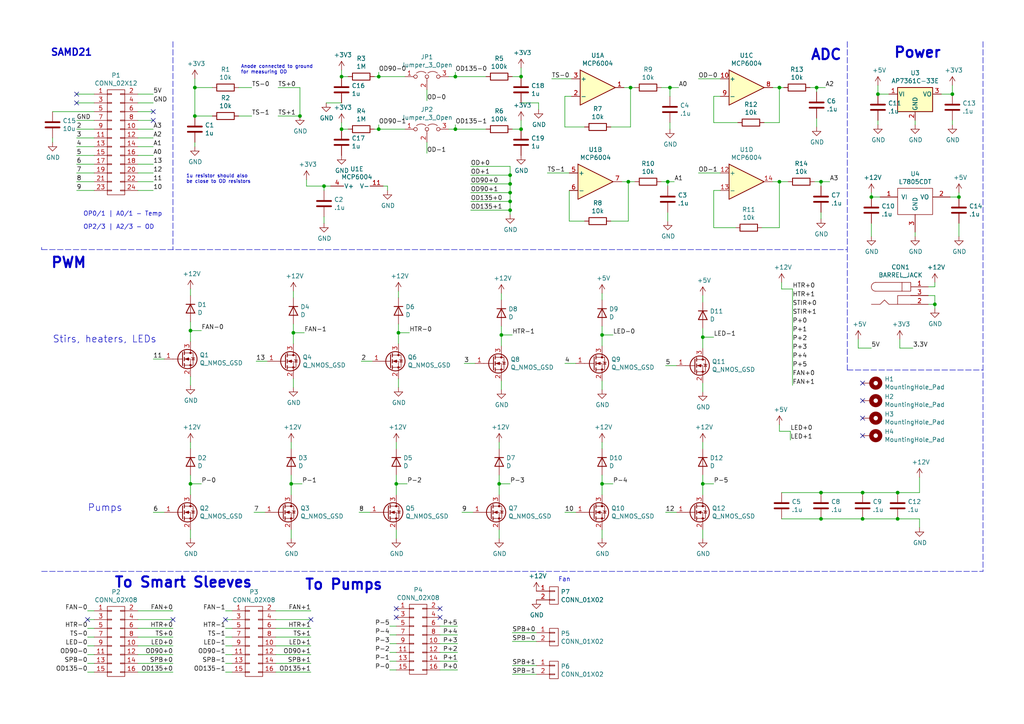
<source format=kicad_sch>
(kicad_sch (version 20211123) (generator eeschema)
  (paper "A4")
  (junction (at 276.225 27.305))
  (junction (at 252.73 57.15))
  (junction (at 254.635 27.305))
  (junction (at 174.625 97.155))
  (junction (at 238.125 52.705))
  (junction (at 86.995 33.655))
  (junction (at 151.13 22.225))
  (junction (at 151.13 37.465))
  (junction (at 203.835 97.79))
  (junction (at 203.835 140.335))
  (junction (at 55.245 95.885))
  (junction (at 226.06 52.705))
  (junction (at 226.06 25.4))
  (junction (at 278.13 57.15))
  (junction (at 147.955 55.88))
  (junction (at 147.955 58.42))
  (junction (at 260.35 142.875))
  (junction (at 271.145 88.265))
  (junction (at 55.245 140.335))
  (junction (at 250.19 150.495))
  (junction (at 145.415 97.155))
  (junction (at 236.855 25.4))
  (junction (at 238.125 142.875))
  (junction (at 114.935 140.335))
  (junction (at 56.515 33.655))
  (junction (at 132.08 22.225))
  (junction (at 109.855 37.465))
  (junction (at 194.31 25.4))
  (junction (at 144.78 140.335))
  (junction (at 132.08 37.465))
  (junction (at 99.06 22.225))
  (junction (at 99.06 37.465))
  (junction (at 182.245 52.705))
  (junction (at 56.515 25.4))
  (junction (at 238.125 150.495))
  (junction (at 109.855 22.225))
  (junction (at 93.98 53.975))
  (junction (at 174.625 140.335))
  (junction (at 84.455 140.335))
  (junction (at 147.955 60.96))
  (junction (at 147.955 53.34))
  (junction (at 250.19 142.875))
  (junction (at 182.88 25.4))
  (junction (at 115.57 96.52))
  (junction (at 147.955 50.8))
  (junction (at 85.09 96.52))
  (junction (at 193.675 52.705))
  (junction (at 260.35 150.495))
  (no_connect (at 25.4 179.705))
  (no_connect (at 250.19 116.205))
  (no_connect (at 50.165 179.705))
  (no_connect (at 250.19 111.125))
  (no_connect (at 127.635 179.07))
  (no_connect (at 114.935 179.07))
  (no_connect (at 250.19 121.285))
  (no_connect (at 22.225 29.845))
  (no_connect (at 44.45 32.385))
  (no_connect (at 250.19 126.365))
  (no_connect (at 22.225 27.305))
  (no_connect (at 90.17 179.705))
  (no_connect (at 65.405 179.705))
  (no_connect (at 44.45 34.925))
  (no_connect (at 127.635 176.53))
  (no_connect (at 114.935 176.53))
  (wire (pts (xy 94.615 29.845) (xy 99.06 29.845)))
  (wire (pts (xy 165.735 27.94) (xy 163.83 27.94)))
  (polyline (pts (xy 12.065 72.39) (xy 245.745 72.39)))
  (wire (pts (xy 238.125 61.595) (xy 238.125 63.5)))
  (wire (pts (xy 65.405 184.785) (xy 67.31 184.785)))
  (wire (pts (xy 93.98 53.975) (xy 95.885 53.975)))
  (wire (pts (xy 90.17 184.785) (xy 80.01 184.785)))
  (wire (pts (xy 276.225 36.195) (xy 276.225 34.925)))
  (wire (pts (xy 136.525 48.26) (xy 147.955 48.26)))
  (wire (pts (xy 55.245 109.22) (xy 55.245 111.76)))
  (wire (pts (xy 85.09 96.52) (xy 85.09 99.695)))
  (wire (pts (xy 156.21 29.845) (xy 156.21 31.75)))
  (wire (pts (xy 145.415 97.155) (xy 145.415 100.33)))
  (wire (pts (xy 50.165 189.865) (xy 40.005 189.865)))
  (wire (pts (xy 226.06 66.04) (xy 226.06 52.705)))
  (wire (pts (xy 84.455 140.335) (xy 84.455 143.51)))
  (wire (pts (xy 174.625 94.615) (xy 174.625 97.155)))
  (polyline (pts (xy 50.165 12.065) (xy 50.165 72.39)))
  (wire (pts (xy 165.1 64.135) (xy 169.545 64.135)))
  (wire (pts (xy 90.17 192.405) (xy 80.01 192.405)))
  (wire (pts (xy 195.58 52.705) (xy 193.675 52.705)))
  (wire (pts (xy 50.165 184.785) (xy 40.005 184.785)))
  (wire (pts (xy 177.165 64.135) (xy 182.245 64.135)))
  (wire (pts (xy 207.01 97.79) (xy 203.835 97.79)))
  (wire (pts (xy 56.515 42.545) (xy 56.515 41.275)))
  (wire (pts (xy 278.13 57.15) (xy 275.59 57.15)))
  (wire (pts (xy 107.315 148.59) (xy 104.14 148.59)))
  (wire (pts (xy 254.635 27.305) (xy 254.635 24.765)))
  (wire (pts (xy 252.73 68.58) (xy 252.73 64.77)))
  (wire (pts (xy 196.215 148.59) (xy 193.04 148.59)))
  (wire (pts (xy 144.78 140.335) (xy 144.78 143.51)))
  (wire (pts (xy 88.265 96.52) (xy 85.09 96.52)))
  (wire (pts (xy 99.06 20.32) (xy 99.06 22.225)))
  (wire (pts (xy 25.4 184.785) (xy 27.305 184.785)))
  (wire (pts (xy 145.415 110.49) (xy 145.415 113.03)))
  (wire (pts (xy 238.125 52.705) (xy 238.125 53.975)))
  (wire (pts (xy 22.225 52.705) (xy 27.305 52.705)))
  (wire (pts (xy 260.985 98.425) (xy 260.985 100.965)))
  (wire (pts (xy 265.43 36.195) (xy 265.43 34.925)))
  (wire (pts (xy 151.13 29.845) (xy 156.21 29.845)))
  (wire (pts (xy 77.47 104.775) (xy 74.295 104.775)))
  (wire (pts (xy 174.625 137.795) (xy 174.625 140.335)))
  (polyline (pts (xy 285.115 12.065) (xy 285.115 165.735)))
  (polyline (pts (xy 245.745 12.065) (xy 245.745 107.315)))
  (wire (pts (xy 226.695 150.495) (xy 238.125 150.495)))
  (wire (pts (xy 207.01 55.245) (xy 208.915 55.245)))
  (wire (pts (xy 114.935 140.335) (xy 114.935 143.51)))
  (wire (pts (xy 132.715 186.69) (xy 127.635 186.69)))
  (wire (pts (xy 229.87 83.82) (xy 229.87 111.76)))
  (wire (pts (xy 107.95 104.775) (xy 104.775 104.775)))
  (wire (pts (xy 136.525 50.8) (xy 147.955 50.8)))
  (wire (pts (xy 65.405 177.165) (xy 67.31 177.165)))
  (polyline (pts (xy 12.065 165.735) (xy 285.115 165.735)))
  (wire (pts (xy 167.005 105.41) (xy 163.83 105.41)))
  (wire (pts (xy 113.03 181.61) (xy 114.935 181.61)))
  (wire (pts (xy 84.455 128.27) (xy 84.455 130.175)))
  (wire (pts (xy 114.935 128.27) (xy 114.935 130.175)))
  (wire (pts (xy 226.695 142.875) (xy 238.125 142.875)))
  (wire (pts (xy 55.245 83.82) (xy 55.245 85.725)))
  (wire (pts (xy 123.825 41.275) (xy 123.825 44.45)))
  (wire (pts (xy 174.625 153.67) (xy 174.625 156.21)))
  (wire (pts (xy 44.45 42.545) (xy 40.005 42.545)))
  (wire (pts (xy 148.59 183.515) (xy 155.575 183.515)))
  (wire (pts (xy 145.415 94.615) (xy 145.415 97.155)))
  (wire (pts (xy 76.835 148.59) (xy 73.66 148.59)))
  (wire (pts (xy 147.955 60.96) (xy 147.955 62.23)))
  (wire (pts (xy 177.165 36.83) (xy 182.88 36.83)))
  (wire (pts (xy 47.625 148.59) (xy 44.45 148.59)))
  (wire (pts (xy 132.715 191.77) (xy 127.635 191.77)))
  (wire (pts (xy 147.955 50.8) (xy 147.955 53.34)))
  (wire (pts (xy 148.59 97.155) (xy 145.415 97.155)))
  (wire (pts (xy 236.855 25.4) (xy 236.855 26.67)))
  (wire (pts (xy 50.165 177.165) (xy 40.005 177.165)))
  (wire (pts (xy 226.06 125.095) (xy 229.235 125.095)))
  (wire (pts (xy 85.09 109.855) (xy 85.09 112.395)))
  (wire (pts (xy 90.17 189.865) (xy 80.01 189.865)))
  (wire (pts (xy 109.855 22.225) (xy 117.475 22.225)))
  (wire (pts (xy 25.4 182.245) (xy 27.305 182.245)))
  (wire (pts (xy 136.525 55.88) (xy 147.955 55.88)))
  (wire (pts (xy 203.835 137.795) (xy 203.835 140.335)))
  (wire (pts (xy 194.31 35.56) (xy 194.31 37.465)))
  (wire (pts (xy 111.125 53.975) (xy 112.395 53.975)))
  (wire (pts (xy 182.88 36.83) (xy 182.88 25.4)))
  (wire (pts (xy 151.13 37.465) (xy 148.59 37.465)))
  (wire (pts (xy 44.45 45.085) (xy 40.005 45.085)))
  (wire (pts (xy 255.27 57.15) (xy 252.73 57.15)))
  (wire (pts (xy 118.745 96.52) (xy 115.57 96.52)))
  (wire (pts (xy 22.225 40.005) (xy 27.305 40.005)))
  (wire (pts (xy 144.78 137.795) (xy 144.78 140.335)))
  (wire (pts (xy 132.08 22.225) (xy 140.97 22.225)))
  (wire (pts (xy 44.45 47.625) (xy 40.005 47.625)))
  (wire (pts (xy 65.405 192.405) (xy 67.31 192.405)))
  (wire (pts (xy 109.855 22.225) (xy 109.855 20.955)))
  (wire (pts (xy 207.01 27.94) (xy 208.915 27.94)))
  (wire (pts (xy 203.835 140.335) (xy 203.835 143.51)))
  (wire (pts (xy 22.225 47.625) (xy 27.305 47.625)))
  (wire (pts (xy 163.83 27.94) (xy 163.83 36.83)))
  (wire (pts (xy 137.795 105.41) (xy 134.62 105.41)))
  (wire (pts (xy 229.235 125.095) (xy 229.235 127.635)))
  (wire (pts (xy 50.165 187.325) (xy 40.005 187.325)))
  (wire (pts (xy 266.7 142.875) (xy 266.7 138.43)))
  (wire (pts (xy 56.515 25.4) (xy 56.515 33.655)))
  (wire (pts (xy 226.695 83.82) (xy 229.87 83.82)))
  (wire (pts (xy 99.06 37.465) (xy 100.965 37.465)))
  (polyline (pts (xy 245.745 107.315) (xy 285.115 107.315)))
  (wire (pts (xy 136.525 60.96) (xy 147.955 60.96)))
  (wire (pts (xy 22.225 45.085) (xy 27.305 45.085)))
  (wire (pts (xy 73.025 25.4) (xy 69.215 25.4)))
  (wire (pts (xy 226.06 52.705) (xy 224.155 52.705)))
  (wire (pts (xy 25.4 177.165) (xy 27.305 177.165)))
  (wire (pts (xy 271.145 88.265) (xy 269.24 88.265)))
  (wire (pts (xy 73.025 33.655) (xy 69.215 33.655)))
  (wire (pts (xy 203.835 128.27) (xy 203.835 130.175)))
  (wire (pts (xy 113.03 191.77) (xy 114.935 191.77)))
  (wire (pts (xy 99.06 35.56) (xy 99.06 37.465)))
  (wire (pts (xy 174.625 140.335) (xy 174.625 143.51)))
  (wire (pts (xy 226.06 25.4) (xy 227.33 25.4)))
  (wire (pts (xy 224.155 25.4) (xy 226.06 25.4)))
  (wire (pts (xy 165.1 55.245) (xy 165.1 64.135)))
  (wire (pts (xy 194.31 25.4) (xy 196.85 25.4)))
  (wire (pts (xy 123.825 26.035) (xy 123.825 29.21)))
  (wire (pts (xy 147.955 53.34) (xy 147.955 55.88)))
  (wire (pts (xy 25.4 194.945) (xy 27.305 194.945)))
  (wire (pts (xy 271.145 83.185) (xy 269.24 83.185)))
  (wire (pts (xy 93.98 64.77) (xy 93.98 62.865)))
  (wire (pts (xy 80.645 33.655) (xy 86.995 33.655)))
  (wire (pts (xy 109.855 37.465) (xy 117.475 37.465)))
  (wire (pts (xy 182.88 25.4) (xy 180.975 25.4)))
  (wire (pts (xy 132.08 20.955) (xy 132.08 22.225)))
  (wire (pts (xy 250.19 142.875) (xy 260.35 142.875)))
  (wire (pts (xy 114.935 153.67) (xy 114.935 156.21)))
  (wire (pts (xy 266.7 150.495) (xy 266.7 153.035)))
  (wire (pts (xy 228.6 52.705) (xy 226.06 52.705)))
  (wire (pts (xy 271.145 85.725) (xy 271.145 88.265)))
  (wire (pts (xy 174.625 128.27) (xy 174.625 130.175)))
  (wire (pts (xy 260.35 150.495) (xy 266.7 150.495)))
  (wire (pts (xy 55.245 153.67) (xy 55.245 156.21)))
  (wire (pts (xy 174.625 85.09) (xy 174.625 86.995)))
  (wire (pts (xy 25.4 192.405) (xy 27.305 192.405)))
  (wire (pts (xy 260.35 142.875) (xy 266.7 142.875)))
  (wire (pts (xy 55.245 95.885) (xy 55.245 99.06)))
  (wire (pts (xy 265.43 67.31) (xy 265.43 68.58)))
  (wire (pts (xy 240.665 52.705) (xy 238.125 52.705)))
  (wire (pts (xy 203.835 97.79) (xy 203.835 100.965)))
  (wire (pts (xy 213.995 35.56) (xy 207.01 35.56)))
  (wire (pts (xy 27.305 34.925) (xy 22.225 34.925)))
  (wire (pts (xy 202.565 50.165) (xy 208.915 50.165)))
  (wire (pts (xy 151.13 22.225) (xy 148.59 22.225)))
  (wire (pts (xy 108.585 22.225) (xy 109.855 22.225)))
  (wire (pts (xy 250.19 150.495) (xy 260.35 150.495)))
  (wire (pts (xy 55.245 137.795) (xy 55.245 140.335)))
  (wire (pts (xy 90.17 179.705) (xy 80.01 179.705)))
  (wire (pts (xy 15.24 41.275) (xy 15.24 40.005)))
  (wire (pts (xy 90.17 194.945) (xy 80.01 194.945)))
  (wire (pts (xy 158.75 50.165) (xy 165.1 50.165)))
  (wire (pts (xy 207.01 66.04) (xy 207.01 55.245)))
  (wire (pts (xy 174.625 110.49) (xy 174.625 113.03)))
  (wire (pts (xy 108.585 37.465) (xy 109.855 37.465)))
  (wire (pts (xy 278.13 68.58) (xy 278.13 64.77)))
  (wire (pts (xy 61.595 25.4) (xy 56.515 25.4)))
  (wire (pts (xy 22.225 29.845) (xy 27.305 29.845)))
  (wire (pts (xy 136.525 58.42) (xy 147.955 58.42)))
  (wire (pts (xy 55.245 128.27) (xy 55.245 130.175)))
  (wire (pts (xy 148.59 186.055) (xy 155.575 186.055)))
  (wire (pts (xy 61.595 33.655) (xy 56.515 33.655)))
  (wire (pts (xy 113.03 186.69) (xy 114.935 186.69)))
  (wire (pts (xy 191.77 52.705) (xy 193.675 52.705)))
  (wire (pts (xy 88.9 52.07) (xy 88.9 53.975)))
  (wire (pts (xy 248.92 100.965) (xy 252.73 100.965)))
  (wire (pts (xy 85.09 84.455) (xy 85.09 86.36)))
  (wire (pts (xy 144.78 128.27) (xy 144.78 130.175)))
  (wire (pts (xy 112.395 53.975) (xy 112.395 55.245)))
  (wire (pts (xy 234.95 25.4) (xy 236.855 25.4)))
  (wire (pts (xy 191.77 25.4) (xy 194.31 25.4)))
  (wire (pts (xy 44.45 52.705) (xy 40.005 52.705)))
  (wire (pts (xy 236.855 34.29) (xy 236.855 36.83)))
  (wire (pts (xy 22.225 50.165) (xy 27.305 50.165)))
  (wire (pts (xy 239.395 25.4) (xy 236.855 25.4)))
  (wire (pts (xy 260.985 100.965) (xy 264.795 100.965)))
  (wire (pts (xy 193.675 52.705) (xy 193.675 53.975)))
  (wire (pts (xy 276.225 24.765) (xy 276.225 27.305)))
  (wire (pts (xy 147.955 58.42) (xy 147.955 60.96)))
  (wire (pts (xy 137.16 148.59) (xy 133.985 148.59)))
  (wire (pts (xy 114.935 137.795) (xy 114.935 140.335)))
  (wire (pts (xy 163.83 36.83) (xy 169.545 36.83)))
  (wire (pts (xy 65.405 189.865) (xy 67.31 189.865)))
  (wire (pts (xy 177.8 140.335) (xy 174.625 140.335)))
  (wire (pts (xy 271.145 81.915) (xy 271.145 83.185)))
  (wire (pts (xy 193.675 61.595) (xy 193.675 64.135)))
  (wire (pts (xy 93.98 55.245) (xy 93.98 53.975)))
  (wire (pts (xy 194.31 27.94) (xy 194.31 25.4)))
  (wire (pts (xy 144.78 153.67) (xy 144.78 156.21)))
  (wire (pts (xy 213.36 66.04) (xy 207.01 66.04)))
  (wire (pts (xy 90.17 187.325) (xy 80.01 187.325)))
  (wire (pts (xy 40.005 29.845) (xy 44.45 29.845)))
  (wire (pts (xy 86.995 25.4) (xy 86.995 33.655)))
  (wire (pts (xy 40.005 27.305) (xy 44.45 27.305)))
  (wire (pts (xy 203.835 153.67) (xy 203.835 156.21)))
  (wire (pts (xy 99.06 22.225) (xy 100.965 22.225)))
  (wire (pts (xy 65.405 182.245) (xy 67.31 182.245)))
  (wire (pts (xy 132.715 189.23) (xy 127.635 189.23)))
  (wire (pts (xy 44.45 40.005) (xy 40.005 40.005)))
  (wire (pts (xy 50.165 194.945) (xy 40.005 194.945)))
  (wire (pts (xy 25.4 189.865) (xy 27.305 189.865)))
  (wire (pts (xy 132.08 36.195) (xy 132.08 37.465)))
  (wire (pts (xy 221.615 35.56) (xy 226.06 35.56)))
  (wire (pts (xy 55.245 140.335) (xy 55.245 143.51)))
  (wire (pts (xy 226.06 35.56) (xy 226.06 25.4)))
  (wire (pts (xy 44.45 34.925) (xy 40.005 34.925)))
  (wire (pts (xy 40.005 32.385) (xy 44.45 32.385)))
  (wire (pts (xy 65.405 187.325) (xy 67.31 187.325)))
  (wire (pts (xy 203.835 85.725) (xy 203.835 87.63)))
  (wire (pts (xy 151.13 34.925) (xy 151.13 37.465)))
  (wire (pts (xy 65.405 194.945) (xy 67.31 194.945)))
  (wire (pts (xy 174.625 97.155) (xy 174.625 100.33)))
  (wire (pts (xy 182.245 52.705) (xy 180.34 52.705)))
  (wire (pts (xy 90.17 177.165) (xy 80.01 177.165)))
  (wire (pts (xy 130.175 37.465) (xy 132.08 37.465)))
  (wire (pts (xy 276.225 27.305) (xy 273.05 27.305)))
  (wire (pts (xy 118.11 140.335) (xy 114.935 140.335)))
  (wire (pts (xy 196.215 106.045) (xy 193.04 106.045)))
  (wire (pts (xy 236.22 52.705) (xy 238.125 52.705)))
  (wire (pts (xy 113.03 184.15) (xy 114.935 184.15)))
  (wire (pts (xy 203.835 95.25) (xy 203.835 97.79)))
  (wire (pts (xy 50.165 192.405) (xy 40.005 192.405)))
  (wire (pts (xy 238.125 150.495) (xy 250.19 150.495)))
  (wire (pts (xy 132.715 181.61) (xy 127.635 181.61)))
  (wire (pts (xy 25.4 187.325) (xy 27.305 187.325)))
  (wire (pts (xy 47.625 104.14) (xy 44.45 104.14)))
  (wire (pts (xy 15.24 32.385) (xy 27.305 32.385)))
  (polyline (pts (xy 12.065 72.39) (xy 12.065 71.755)))
  (wire (pts (xy 254.635 34.925) (xy 254.635 36.195)))
  (wire (pts (xy 257.81 27.305) (xy 254.635 27.305)))
  (wire (pts (xy 50.165 182.245) (xy 40.005 182.245)))
  (wire (pts (xy 65.405 179.705) (xy 67.31 179.705)))
  (wire (pts (xy 148.59 195.58) (xy 155.575 195.58)))
  (wire (pts (xy 44.45 55.245) (xy 40.005 55.245)))
  (wire (pts (xy 115.57 93.98) (xy 115.57 96.52)))
  (wire (pts (xy 252.73 57.15) (xy 252.73 55.88)))
  (wire (pts (xy 145.415 85.09) (xy 145.415 86.995)))
  (wire (pts (xy 58.42 95.885) (xy 55.245 95.885)))
  (wire (pts (xy 132.08 37.465) (xy 140.97 37.465)))
  (wire (pts (xy 113.03 189.23) (xy 114.935 189.23)))
  (wire (pts (xy 88.9 53.975) (xy 93.98 53.975)))
  (wire (pts (xy 58.42 140.335) (xy 55.245 140.335)))
  (wire (pts (xy 226.695 81.915) (xy 226.695 83.82)))
  (wire (pts (xy 109.855 37.465) (xy 109.855 36.195)))
  (wire (pts (xy 25.4 179.705) (xy 27.305 179.705)))
  (wire (pts (xy 269.24 85.725) (xy 271.145 85.725)))
  (wire (pts (xy 115.57 96.52) (xy 115.57 99.695)))
  (wire (pts (xy 85.09 93.98) (xy 85.09 96.52)))
  (wire (pts (xy 278.13 55.88) (xy 278.13 57.15)))
  (wire (pts (xy 226.06 123.19) (xy 226.06 125.095)))
  (wire (pts (xy 203.835 111.125) (xy 203.835 113.665)))
  (wire (pts (xy 55.245 93.345) (xy 55.245 95.885)))
  (wire (pts (xy 84.455 153.67) (xy 84.455 156.21)))
  (wire (pts (xy 238.125 142.875) (xy 250.19 142.875)))
  (wire (pts (xy 84.455 137.795) (xy 84.455 140.335)))
  (wire (pts (xy 182.245 64.135) (xy 182.245 52.705)))
  (wire (pts (xy 80.645 25.4) (xy 86.995 25.4)))
  (wire (pts (xy 90.17 182.245) (xy 80.01 182.245)))
  (wire (pts (xy 147.955 140.335) (xy 144.78 140.335)))
  (wire (pts (xy 167.005 148.59) (xy 163.83 148.59)))
  (wire (pts (xy 207.01 140.335) (xy 203.835 140.335)))
  (wire (pts (xy 50.165 179.705) (xy 40.005 179.705)))
  (wire (pts (xy 113.03 194.31) (xy 114.935 194.31)))
  (wire (pts (xy 132.715 194.31) (xy 127.635 194.31)))
  (wire (pts (xy 177.8 97.155) (xy 174.625 97.155)))
  (wire (pts (xy 148.59 193.04) (xy 155.575 193.04)))
  (wire (pts (xy 147.955 48.26) (xy 147.955 50.8)))
  (wire (pts (xy 87.63 140.335) (xy 84.455 140.335)))
  (wire (pts (xy 22.225 55.245) (xy 27.305 55.245)))
  (wire (pts (xy 132.715 184.15) (xy 127.635 184.15)))
  (wire (pts (xy 44.45 37.465) (xy 40.005 37.465)))
  (wire (pts (xy 202.565 22.86) (xy 208.915 22.86)))
  (wire (pts (xy 22.225 37.465) (xy 27.305 37.465)))
  (wire (pts (xy 147.955 55.88) (xy 147.955 58.42)))
  (wire (pts (xy 248.92 98.425) (xy 248.92 100.965)))
  (wire (pts (xy 22.225 27.305) (xy 27.305 27.305)))
  (wire (pts (xy 136.525 53.34) (xy 147.955 53.34)))
  (wire (pts (xy 165.735 22.86) (xy 160.02 22.86)))
  (wire (pts (xy 22.225 42.545) (xy 27.305 42.545)))
  (wire (pts (xy 151.13 19.685) (xy 151.13 22.225)))
  (wire (pts (xy 184.15 25.4) (xy 182.88 25.4)))
  (wire (pts (xy 115.57 109.855) (xy 115.57 112.395)))
  (wire (pts (xy 56.515 22.86) (xy 56.515 25.4)))
  (wire (pts (xy 115.57 84.455) (xy 115.57 86.36)))
  (wire (pts (xy 184.15 52.705) (xy 182.245 52.705)))
  (wire (pts (xy 44.45 50.165) (xy 40.005 50.165)))
  (wire (pts (xy 130.175 22.225) (xy 132.08 22.225)))
  (wire (pts (xy 271.145 89.535) (xy 271.145 88.265)))
  (wire (pts (xy 220.98 66.04) (xy 226.06 66.04)))
  (wire (pts (xy 207.01 35.56) (xy 207.01 27.94)))
  (text "Anode connected to ground\nfor measuring OD" (at 69.85 21.59 0) (effects (font (size 0.9906 0.9906)) (justify left bottom)))
  (text "Pumps" (at 25.4 148.59 0) (effects (font (size 2.0066 2.0066)) (justify left bottom)))
  (text "OP0/1 | A0/1 - Temp" (at 24.13 62.865 0) (effects (font (size 1.27 1.27)) (justify left bottom)))
  (text "OP2/3 | A2/3 - OD" (at 24.13 66.675 0) (effects (font (size 1.27 1.27)) (justify left bottom)))
  (text "To Smart Sleeves" (at 33.02 170.815 0) (effects (font (size 2.9972 2.9972) (thickness 0.5994) bold) (justify left bottom)))
  (text "ADC" (at 234.95 17.78 0) (effects (font (size 2.9972 2.9972) (thickness 0.5994) bold) (justify left bottom)))
  (text "Power" (at 259.08 17.145 0) (effects (font (size 2.9972 2.9972) (thickness 0.5994) bold) (justify left bottom)))
  (text "To Pumps" (at 88.265 171.45 0) (effects (font (size 2.9972 2.9972) (thickness 0.5994) bold) (justify left bottom)))
  (text "Fan" (at 161.925 168.91 0) (effects (font (size 1.27 1.27)) (justify left bottom)))
  (text "Stirs, heaters, LEDs" (at 15.24 99.695 0) (effects (font (size 2.0066 2.0066)) (justify left bottom)))
  (text "PWM" (at 14.605 78.105 0) (effects (font (size 2.9972 2.9972) (thickness 0.5994) bold) (justify left bottom)))
  (text "SAMD21" (at 14.605 16.51 0) (effects (font (size 2.0066 2.0066) (thickness 0.4013) bold) (justify left bottom)))
  (text "1u resistor should also \nbe close to OD resistors" (at 53.975 53.34 0) (effects (font (size 0.9906 0.9906)) (justify left bottom)))
  (label "OD-0" (at 123.825 29.21 0))
  (label "P+4" (at 229.87 104.14 0))
  (label "8" (at 104.14 148.59 0))
  (label "LED+1" (at 229.235 127.635 0))
  (label "LED-0" (at 25.4 187.325 180))
  (label "OD+0" (at 136.525 48.26 0))
  (label "P+2" (at 132.715 189.23 180))
  (label "2" (at 22.225 37.465 0))
  (label "OD90-0" (at 109.855 20.955 0))
  (label "FAN+0" (at 229.87 109.22 0))
  (label "TS+0" (at 50.165 184.785 180))
  (label "12" (at 44.45 50.165 0))
  (label "SPB-0" (at 148.59 186.055 0))
  (label "P-3" (at 113.03 186.69 180))
  (label "A2" (at 44.45 40.005 0))
  (label "P+3" (at 132.715 186.69 180))
  (label "FAN-0" (at 25.4 177.165 180))
  (label "TS+1" (at 90.17 184.785 180))
  (label "P-2" (at 118.11 140.335 0))
  (label "OD90+1" (at 90.17 189.865 180))
  (label "FAN-1" (at 88.265 96.52 0))
  (label "3" (at 134.62 105.41 0))
  (label "STIR+1" (at 229.87 91.44 0))
  (label "P-4" (at 177.8 140.335 0))
  (label "A0" (at 196.85 25.4 0))
  (label "TS+0" (at 80.645 25.4 0))
  (label "A3" (at 44.45 37.465 0))
  (label "OD90-1" (at 109.855 36.195 0))
  (label "OD90+0" (at 136.525 53.34 0))
  (label "LED+0" (at 50.165 187.325 180))
  (label "P-0" (at 113.03 194.31 180))
  (label "SPB-0" (at 25.4 192.405 180))
  (label "P+4" (at 132.715 184.15 180))
  (label "HTR-0" (at 25.4 182.245 180))
  (label "OD-1" (at 202.565 50.165 0))
  (label "P-3" (at 147.955 140.335 0))
  (label "TS-1" (at 73.025 33.655 0))
  (label "P+0" (at 132.715 194.31 180))
  (label "P+3" (at 229.87 101.6 0))
  (label "HTR+1" (at 90.17 182.245 180))
  (label "HTR-1" (at 148.59 97.155 0))
  (label "3" (at 22.225 40.005 0))
  (label "TS-1" (at 65.405 184.785 180))
  (label "OD90-0" (at 25.4 189.865 180))
  (label "OD135-0" (at 132.08 20.955 0))
  (label "P-2" (at 113.03 189.23 180))
  (label "P-1" (at 113.03 191.77 180))
  (label "6" (at 44.45 148.59 0))
  (label "P+1" (at 229.87 96.52 0))
  (label "SPB+0" (at 50.165 192.405 180))
  (label "FAN+0" (at 50.165 177.165 180))
  (label "LED-0" (at 177.8 97.155 0))
  (label "5V" (at 252.73 100.965 0))
  (label "P-5" (at 113.03 181.61 180))
  (label "OD135+0" (at 136.525 58.42 0))
  (label "P-1" (at 87.63 140.335 0))
  (label "HTR+0" (at 229.87 83.82 0))
  (label "SPB+1" (at 90.17 192.405 180))
  (label "LED+1" (at 90.17 187.325 180))
  (label "SPB-1" (at 65.405 192.405 180))
  (label "HTR+0" (at 50.165 182.245 180))
  (label "GND" (at 22.225 34.925 0))
  (label "TS-0" (at 25.4 184.785 180))
  (label "OD135-0" (at 25.4 194.945 180))
  (label "P+5" (at 132.715 181.61 180))
  (label "OD135+1" (at 136.525 60.96 0))
  (label "HTR-0" (at 118.745 96.52 0))
  (label "OD-1" (at 123.825 44.45 0))
  (label "TS-0" (at 160.02 22.86 0))
  (label "4" (at 22.225 42.545 0))
  (label "FAN-1" (at 65.405 177.165 180))
  (label "P+1" (at 132.715 191.77 180))
  (label "3.3V" (at 264.795 100.965 0))
  (label "OD90+1" (at 136.525 55.88 0))
  (label "10" (at 163.83 148.59 0))
  (label "OD+1" (at 136.525 50.8 0))
  (label "10" (at 44.45 55.245 0))
  (label "SPB+1" (at 148.59 193.04 0))
  (label "6" (at 22.225 47.625 0))
  (label "OD90-1" (at 65.405 189.865 180))
  (label "9" (at 22.225 55.245 0))
  (label "SPB-1" (at 148.59 195.58 0))
  (label "GND" (at 44.45 29.845 0))
  (label "FAN+1" (at 229.87 111.76 0))
  (label "OD135+1" (at 90.17 194.945 180))
  (label "9" (at 133.985 148.59 0))
  (label "2" (at 104.775 104.775 0))
  (label "HTR+1" (at 229.87 86.36 0))
  (label "LED-1" (at 207.01 97.79 0))
  (label "P+5" (at 229.87 106.68 0))
  (label "13" (at 44.45 47.625 0))
  (label "LED+0" (at 229.235 125.095 0))
  (label "7" (at 22.225 50.165 0))
  (label "5" (at 22.225 45.085 0))
  (label "STIR+0" (at 229.87 88.9 0))
  (label "OD135-1" (at 65.405 194.945 180))
  (label "5V" (at 44.45 27.305 0))
  (label "P-5" (at 207.01 140.335 0))
  (label "5" (at 193.04 106.045 0))
  (label "A1" (at 44.45 42.545 0))
  (label "SPB+0" (at 148.59 183.515 0))
  (label "FAN-0" (at 58.42 95.885 0))
  (label "TS-0" (at 73.025 25.4 0))
  (label "P+2" (at 229.87 99.06 0))
  (label "HTR-1" (at 65.405 182.245 180))
  (label "FAN+1" (at 90.17 177.165 180))
  (label "A1" (at 195.58 52.705 0))
  (label "LED-1" (at 65.405 187.325 180))
  (label "OD135-1" (at 132.08 36.195 0))
  (label "OD90+0" (at 50.165 189.865 180))
  (label "12" (at 193.04 148.59 0))
  (label "13" (at 74.295 104.775 0))
  (label "P+0" (at 229.87 93.98 0))
  (label "P-0" (at 58.42 140.335 0))
  (label "OD-0" (at 202.565 22.86 0))
  (label "A2" (at 239.395 25.4 0))
  (label "11" (at 44.45 104.14 0))
  (label "TS-1" (at 158.75 50.165 0))
  (label "4" (at 163.83 105.41 0))
  (label "8" (at 22.225 52.705 0))
  (label "OD135+0" (at 50.165 194.945 180))
  (label "P-4" (at 113.03 184.15 180))
  (label "11" (at 44.45 52.705 0))
  (label "7" (at 73.66 148.59 0))
  (label "A3" (at 240.665 52.705 0))
  (label "A0" (at 44.45 45.085 0))
  (label "TS+1" (at 80.645 33.655 0))
  (symbol (lib_id "power_mini_evolver-rescue:CONN_02X12-conn") (at 33.655 41.275 0) (unit 1)
    (property "Reference" "P1" (at 33.655 21.844 0))
    (property "Value" "CONN_02X12" (at 33.655 24.1554 0))
    (property "Footprint" "mods:24_pin_10in" (effects hide))
  )
  (symbol (lib_id "Amplifier_Operational:MCP6004") (at 173.355 25.4 0) (unit 1)
    (property "Reference" "U1" (at 173.355 16.0782 0))
    (property "Value" "MCP6004" (at 173.355 18.3896 0))
    (property "Footprint" "mods:mcp6004-ssop" (effects hide))
    (property "Datasheet" "http://ww1.microchip.com/downloads/en/DeviceDoc/21733j.pdf" (effects hide))
  )
  (symbol (lib_id "Amplifier_Operational:MCP6004") (at 172.72 52.705 0) (unit 2)
    (property "Reference" "U1" (at 172.72 43.3832 0))
    (property "Value" "MCP6004" (at 172.72 45.6946 0))
    (property "Footprint" "mods:mcp6004-ssop" (effects hide))
    (property "Datasheet" "http://ww1.microchip.com/downloads/en/DeviceDoc/21733j.pdf" (effects hide))
  )
  (symbol (lib_id "Amplifier_Operational:MCP6004") (at 216.535 25.4 0) (unit 3)
    (property "Reference" "U1" (at 216.535 16.0782 0))
    (property "Value" "MCP6004" (at 216.535 18.3896 0))
    (property "Footprint" "mods:mcp6004-ssop" (effects hide))
    (property "Datasheet" "http://ww1.microchip.com/downloads/en/DeviceDoc/21733j.pdf" (effects hide))
  )
  (symbol (lib_id "Amplifier_Operational:MCP6004") (at 216.535 52.705 0) (unit 4)
    (property "Reference" "U1" (at 216.535 43.3832 0))
    (property "Value" "MCP6004" (at 216.535 45.6946 0))
    (property "Footprint" "mods:mcp6004-ssop" (effects hide))
    (property "Datasheet" "http://ww1.microchip.com/downloads/en/DeviceDoc/21733j.pdf" (effects hide))
  )
  (symbol (lib_id "Device:R") (at 173.355 36.83 270) (unit 1)
    (property "Reference" "R7" (at 173.355 31.5722 90))
    (property "Value" "10k" (at 173.355 33.8836 90))
    (property "Footprint" "Resistor_SMD:R_0603_1608Metric" (effects hide))
  )
  (symbol (lib_id "Device:R") (at 173.355 64.135 270) (unit 1)
    (property "Reference" "R8" (at 173.355 58.8772 90))
    (property "Value" "10k" (at 173.355 61.1886 90))
    (property "Footprint" "Resistor_SMD:R_0603_1608Metric" (effects hide))
  )
  (symbol (lib_id "Device:R") (at 217.17 66.04 270) (unit 1)
    (property "Reference" "R11" (at 217.17 60.7822 90))
    (property "Value" "10k" (at 217.17 63.0936 90))
    (property "Footprint" "Resistor_SMD:R_0603_1608Metric" (effects hide))
  )
  (symbol (lib_id "Device:R") (at 217.805 35.56 270) (unit 1)
    (property "Reference" "R12" (at 217.805 30.3022 90))
    (property "Value" "10k" (at 217.805 32.6136 90))
    (property "Footprint" "Resistor_SMD:R_0603_1608Metric" (effects hide))
  )
  (symbol (lib_id "Device:R") (at 187.96 25.4 270) (unit 1)
    (property "Reference" "R9" (at 187.96 20.1422 90))
    (property "Value" "10k" (at 187.96 22.4536 90))
    (property "Footprint" "Resistor_SMD:R_0603_1608Metric" (effects hide))
  )
  (symbol (lib_id "Device:C") (at 194.31 31.75 0) (unit 1)
    (property "Reference" "C4" (at 197.231 30.5816 0) (effects (justify left)))
    (property "Value" ".1u" (at 197.231 32.893 0) (effects (justify left)))
    (property "Footprint" "Capacitor_SMD:C_0603_1608Metric" (effects hide))
  )
  (symbol (lib_id "power:GND") (at 194.31 37.465 0) (unit 1)
    (property "Reference" "#PWR0101" (effects hide))
    (property "Value" "GND" (at 194.437 41.8592 0))
  )
  (symbol (lib_id "Device:R") (at 187.96 52.705 270) (unit 1)
    (property "Reference" "R10" (at 187.96 47.4472 90))
    (property "Value" "10k" (at 187.96 49.7586 90))
    (property "Footprint" "Resistor_SMD:R_0603_1608Metric" (effects hide))
  )
  (symbol (lib_id "Device:R") (at 232.41 52.705 270) (unit 1)
    (property "Reference" "R14" (at 232.41 47.4472 90))
    (property "Value" "10k" (at 232.41 49.7586 90))
    (property "Footprint" "Resistor_SMD:R_0603_1608Metric" (effects hide))
  )
  (symbol (lib_id "Device:R") (at 231.14 25.4 270) (unit 1)
    (property "Reference" "R13" (at 231.14 20.1422 90))
    (property "Value" "10k" (at 231.14 22.4536 90))
    (property "Footprint" "Resistor_SMD:R_0603_1608Metric" (effects hide))
  )
  (symbol (lib_id "Device:C") (at 193.675 57.785 0) (unit 1)
    (property "Reference" "C3" (at 196.596 56.6166 0) (effects (justify left)))
    (property "Value" ".1u" (at 196.596 58.928 0) (effects (justify left)))
    (property "Footprint" "Capacitor_SMD:C_0603_1608Metric" (effects hide))
  )
  (symbol (lib_id "Device:C") (at 238.125 57.785 0) (unit 1)
    (property "Reference" "C7" (at 241.046 56.6166 0) (effects (justify left)))
    (property "Value" ".1u" (at 241.046 58.928 0) (effects (justify left)))
    (property "Footprint" "Capacitor_SMD:C_0603_1608Metric" (effects hide))
  )
  (symbol (lib_id "Device:C") (at 236.855 30.48 0) (unit 1)
    (property "Reference" "C6" (at 239.776 29.3116 0) (effects (justify left)))
    (property "Value" ".1u" (at 239.776 31.623 0) (effects (justify left)))
    (property "Footprint" "Capacitor_SMD:C_0603_1608Metric" (effects hide))
  )
  (symbol (lib_id "power:GND") (at 193.675 64.135 0) (unit 1)
    (property "Reference" "#PWR0102" (effects hide))
    (property "Value" "GND" (at 193.802 68.5292 0))
  )
  (symbol (lib_id "power:GND") (at 236.855 36.83 0) (unit 1)
    (property "Reference" "#PWR0103" (effects hide))
    (property "Value" "GND" (at 236.982 41.2242 0))
  )
  (symbol (lib_id "power:GND") (at 238.125 63.5 0) (unit 1)
    (property "Reference" "#PWR0104" (effects hide))
    (property "Value" "GND" (at 238.252 67.8942 0))
  )
  (symbol (lib_id "power:GND") (at 112.395 55.245 0) (unit 1)
    (property "Reference" "#PWR0154" (effects hide))
    (property "Value" "GND" (at 112.522 59.6392 0))
  )
  (symbol (lib_id "Regulator_Linear:AP7361C-33E") (at 265.43 27.305 0) (unit 1)
    (property "Reference" "U3" (at 265.43 21.1582 0))
    (property "Value" "AP7361C-33E" (at 265.43 23.4696 0))
    (property "Footprint" "Package_TO_SOT_SMD:SOT-223-3_TabPin2" (effects hide))
    (property "Datasheet" "https://www.diodes.com/assets/Datasheets/AP7361C.pdf" (effects hide))
  )
  (symbol (lib_id "power:+5V") (at 254.635 24.765 0) (unit 1)
    (property "Reference" "#PWR0105" (effects hide))
    (property "Value" "+5V" (at 255.016 20.3708 0))
  )
  (symbol (lib_id "power:GND") (at 265.43 36.195 0) (unit 1)
    (property "Reference" "#PWR0107" (effects hide))
    (property "Value" "GND" (at 265.557 40.5892 0))
  )
  (symbol (lib_id "power_mini_evolver-rescue:+3.3V-power") (at 276.225 24.765 0) (unit 1)
    (property "Reference" "#PWR0106" (effects hide))
    (property "Value" "+3.3V" (at 276.606 20.3708 0))
  )
  (symbol (lib_id "Device:C") (at 93.98 59.055 0) (unit 1)
    (property "Reference" "C2" (at 96.901 57.8866 0) (effects (justify left)))
    (property "Value" ".1u" (at 96.901 60.198 0) (effects (justify left)))
    (property "Footprint" "Capacitor_SMD:C_0603_1608Metric" (effects hide))
  )
  (symbol (lib_id "power:GND") (at 93.98 64.77 0) (unit 1)
    (property "Reference" "#PWR0153" (effects hide))
    (property "Value" "GND" (at 94.107 69.1642 0))
  )
  (symbol (lib_id "Device:C") (at 254.635 31.115 0) (unit 1)
    (property "Reference" "C11" (at 257.556 29.9466 0) (effects (justify left)))
    (property "Value" ".1u" (at 257.556 32.258 0) (effects (justify left)))
    (property "Footprint" "Capacitor_SMD:C_0603_1608Metric" (effects hide))
  )
  (symbol (lib_id "power:GND") (at 254.635 36.195 0) (unit 1)
    (property "Reference" "#PWR0108" (effects hide))
    (property "Value" "GND" (at 254.762 40.5892 0))
  )
  (symbol (lib_id "Device:C") (at 276.225 31.115 0) (unit 1)
    (property "Reference" "C13" (at 279.146 29.9466 0) (effects (justify left)))
    (property "Value" ".1u" (at 279.146 32.258 0) (effects (justify left)))
    (property "Footprint" "Capacitor_SMD:C_0603_1608Metric" (effects hide))
  )
  (symbol (lib_id "power:GND") (at 276.225 36.195 0) (unit 1)
    (property "Reference" "#PWR0109" (effects hide))
    (property "Value" "GND" (at 276.352 40.5892 0))
  )
  (symbol (lib_id "power_mini_evolver-rescue:L7805CDT-evo_mini") (at 265.43 58.42 0) (unit 1)
    (property "Reference" "U4" (at 265.43 50.419 0))
    (property "Value" "L7805CDT" (at 265.43 52.7304 0))
    (property "Footprint" "mods:L7805CDT" (effects hide))
  )
  (symbol (lib_id "power:+12V") (at 252.73 55.88 0) (unit 1)
    (property "Reference" "#PWR0110" (effects hide))
    (property "Value" "+12V" (at 253.111 51.4858 0))
  )
  (symbol (lib_id "power:+5V") (at 278.13 55.88 0) (unit 1)
    (property "Reference" "#PWR0111" (effects hide))
    (property "Value" "+5V" (at 278.511 51.4858 0))
  )
  (symbol (lib_id "power:GND") (at 265.43 68.58 0) (unit 1)
    (property "Reference" "#PWR0112" (effects hide))
    (property "Value" "GND" (at 265.557 72.9742 0))
  )
  (symbol (lib_id "Device:C") (at 252.73 60.96 0) (unit 1)
    (property "Reference" "C10" (at 255.651 59.7916 0) (effects (justify left)))
    (property "Value" ".1u" (at 255.651 62.103 0) (effects (justify left)))
    (property "Footprint" "Capacitor_SMD:C_0603_1608Metric" (effects hide))
  )
  (symbol (lib_id "power:GND") (at 252.73 68.58 0) (unit 1)
    (property "Reference" "#PWR0113" (effects hide))
    (property "Value" "GND" (at 252.857 72.9742 0))
  )
  (symbol (lib_id "Device:C") (at 278.13 60.96 0) (unit 1)
    (property "Reference" "C14" (at 281.051 59.7916 0) (effects (justify left)))
    (property "Value" ".1u" (at 281.051 62.103 0) (effects (justify left)))
    (property "Footprint" "Capacitor_SMD:C_0603_1608Metric" (effects hide))
  )
  (symbol (lib_id "power:GND") (at 278.13 68.58 0) (unit 1)
    (property "Reference" "#PWR0114" (effects hide))
    (property "Value" "GND" (at 278.257 72.9742 0))
  )
  (symbol (lib_id "power_mini_evolver-rescue:BARREL_JACK-conn") (at 261.62 85.725 0) (unit 1)
    (property "Reference" "CON1" (at 261.1882 77.47 0))
    (property "Value" "BARREL_JACK" (at 261.1882 79.7814 0))
    (property "Footprint" "mods:2.1mm_DC_Jack" (effects hide))
  )
  (symbol (lib_id "power:+12V") (at 271.145 81.915 0) (unit 1)
    (property "Reference" "#PWR0115" (effects hide))
    (property "Value" "+12V" (at 271.526 77.5208 0))
  )
  (symbol (lib_id "power:GND") (at 271.145 89.535 0) (unit 1)
    (property "Reference" "#PWR0116" (effects hide))
    (property "Value" "GND" (at 271.272 93.9292 0))
  )
  (symbol (lib_id "power_mini_evolver-rescue:+3.3V-power") (at 88.9 52.07 0) (unit 1)
    (property "Reference" "#PWR0152" (effects hide))
    (property "Value" "+3.3V" (at 89.281 47.6758 0))
  )
  (symbol (lib_id "power:+5V") (at 248.92 98.425 0) (unit 1)
    (property "Reference" "#PWR0117" (effects hide))
    (property "Value" "+5V" (at 249.301 94.0308 0))
  )
  (symbol (lib_id "power_mini_evolver-rescue:+3.3V-power") (at 260.985 98.425 0) (unit 1)
    (property "Reference" "#PWR0118" (effects hide))
    (property "Value" "+3.3V" (at 261.366 94.0308 0))
  )
  (symbol (lib_id "power_mini_evolver-rescue:CONN_02X08-conn") (at 33.655 186.055 0) (unit 1)
    (property "Reference" "P2" (at 33.655 171.704 0))
    (property "Value" "CONN_02X08" (at 33.655 174.0154 0))
    (property "Footprint" "mods:2x8_conn_10in" (effects hide))
  )
  (symbol (lib_id "power_mini_evolver-rescue:CONN_02X08-conn") (at 73.66 186.055 0) (unit 1)
    (property "Reference" "P3" (at 73.66 171.704 0))
    (property "Value" "CONN_02X08" (at 73.66 174.0154 0))
    (property "Footprint" "mods:2x8_conn_10in" (effects hide))
  )
  (symbol (lib_id "Amplifier_Operational:MCP6004") (at 103.505 51.435 90) (unit 5)
    (property "Reference" "U1" (at 103.505 49.022 90))
    (property "Value" "MCP6004" (at 103.505 51.3334 90))
    (property "Footprint" "mods:mcp6004-ssop" (effects hide))
    (property "Datasheet" "http://ww1.microchip.com/downloads/en/DeviceDoc/21733j.pdf" (effects hide))
  )
  (symbol (lib_id "Device:R") (at 65.405 25.4 270) (unit 1)
    (property "Reference" "R1" (at 65.405 20.1422 90))
    (property "Value" "10k" (at 65.405 22.4536 90))
    (property "Footprint" "Resistor_SMD:R_0603_1608Metric" (effects hide))
  )
  (symbol (lib_id "Device:R") (at 65.405 33.655 270) (unit 1)
    (property "Reference" "R2" (at 65.405 28.3972 90))
    (property "Value" "10k" (at 65.405 30.7086 90))
    (property "Footprint" "Resistor_SMD:R_0603_1608Metric" (effects hide))
  )
  (symbol (lib_id "Device:C") (at 56.515 37.465 180) (unit 1)
    (property "Reference" "C1" (at 59.436 36.2966 0) (effects (justify right)))
    (property "Value" "1u" (at 59.436 38.608 0) (effects (justify right)))
    (property "Footprint" "Capacitor_SMD:C_0603_1608Metric" (effects hide))
  )
  (symbol (lib_id "power_mini_evolver-rescue:+3.3V-power") (at 56.515 22.86 0) (unit 1)
    (property "Reference" "#PWR0122" (effects hide))
    (property "Value" "+3.3V" (at 56.896 18.4658 0))
  )
  (symbol (lib_id "power:GND") (at 56.515 42.545 0) (unit 1)
    (property "Reference" "#PWR0119" (effects hide))
    (property "Value" "GND" (at 56.642 46.9392 0))
  )
  (symbol (lib_id "power:GND") (at 86.995 33.655 0) (unit 1)
    (property "Reference" "#PWR0120" (effects hide))
    (property "Value" "GND" (at 87.122 38.0492 0))
  )
  (symbol (lib_id "power:GND") (at 147.955 62.23 0) (unit 1)
    (property "Reference" "#PWR0121" (effects hide))
    (property "Value" "GND" (at 148.082 66.6242 0))
  )
  (symbol (lib_id "power_mini_evolver-rescue:Jumper_3_Open-Jumper") (at 123.825 22.225 0) (unit 1)
    (property "Reference" "JP1" (at 123.825 16.5354 0))
    (property "Value" "Jumper_3_Open" (at 123.825 18.8468 0))
    (property "Footprint" "mods:3pinheader_2_54_mm_pitch" (effects hide))
  )
  (symbol (lib_id "Device:C") (at 15.24 36.195 0) (unit 1)
    (property "Reference" "C15" (at 18.161 35.0266 0) (effects (justify left)))
    (property "Value" "10u" (at 18.161 37.338 0) (effects (justify left)))
    (property "Footprint" "mods:FK18X5R0J105K" (effects hide))
  )
  (symbol (lib_id "power:GND") (at 15.24 41.275 0) (unit 1)
    (property "Reference" "#PWR0158" (effects hide))
    (property "Value" "GND" (at 15.367 45.6692 0))
  )
  (symbol (lib_id "Device:D") (at 55.245 89.535 270) (unit 1)
    (property "Reference" "D1" (at 57.277 88.3666 90) (effects (justify left)))
    (property "Value" "D" (at 57.277 90.678 90) (effects (justify left)))
    (property "Footprint" "mods:SBR160S23" (effects hide))
  )
  (symbol (lib_id "power:+12V") (at 55.245 83.82 0) (unit 1)
    (property "Reference" "#PWR0123" (effects hide))
    (property "Value" "+12V" (at 55.626 79.4258 0))
  )
  (symbol (lib_id "Device:Q_NMOS_GSD") (at 52.705 104.14 0) (unit 1)
    (property "Reference" "Q1" (at 57.8866 102.9716 0) (effects (justify left)))
    (property "Value" "Q_NMOS_GSD" (at 57.8866 105.283 0) (effects (justify left)))
    (property "Footprint" "mods:A03422" (effects hide))
  )
  (symbol (lib_id "power:GND") (at 55.245 111.76 0) (unit 1)
    (property "Reference" "#PWR0124" (effects hide))
    (property "Value" "GND" (at 55.372 116.1542 0))
  )
  (symbol (lib_id "Device:D") (at 85.09 90.17 270) (unit 1)
    (property "Reference" "D4" (at 87.122 89.0016 90) (effects (justify left)))
    (property "Value" "D" (at 87.122 91.313 90) (effects (justify left)))
    (property "Footprint" "mods:SBR160S23" (effects hide))
  )
  (symbol (lib_id "power:+12V") (at 85.09 84.455 0) (unit 1)
    (property "Reference" "#PWR0125" (effects hide))
    (property "Value" "+12V" (at 85.471 80.0608 0))
  )
  (symbol (lib_id "Device:Q_NMOS_GSD") (at 82.55 104.775 0) (unit 1)
    (property "Reference" "Q4" (at 87.7316 103.6066 0) (effects (justify left)))
    (property "Value" "Q_NMOS_GSD" (at 87.7316 105.918 0) (effects (justify left)))
    (property "Footprint" "mods:A03422" (effects hide))
  )
  (symbol (lib_id "power:GND") (at 85.09 112.395 0) (unit 1)
    (property "Reference" "#PWR0126" (effects hide))
    (property "Value" "GND" (at 85.217 116.7892 0))
  )
  (symbol (lib_id "Device:D") (at 115.57 90.17 270) (unit 1)
    (property "Reference" "D6" (at 117.602 89.0016 90) (effects (justify left)))
    (property "Value" "D" (at 117.602 91.313 90) (effects (justify left)))
    (property "Footprint" "mods:SBR160S23" (effects hide))
  )
  (symbol (lib_id "power:+12V") (at 115.57 84.455 0) (unit 1)
    (property "Reference" "#PWR0127" (effects hide))
    (property "Value" "+12V" (at 115.951 80.0608 0))
  )
  (symbol (lib_id "Device:Q_NMOS_GSD") (at 113.03 104.775 0) (unit 1)
    (property "Reference" "Q6" (at 118.2116 103.6066 0) (effects (justify left)))
    (property "Value" "Q_NMOS_GSD" (at 118.2116 105.918 0) (effects (justify left)))
    (property "Footprint" "mods:A03422" (effects hide))
  )
  (symbol (lib_id "power:GND") (at 115.57 112.395 0) (unit 1)
    (property "Reference" "#PWR0128" (effects hide))
    (property "Value" "GND" (at 115.697 116.7892 0))
  )
  (symbol (lib_id "Device:D") (at 145.415 90.805 270) (unit 1)
    (property "Reference" "D8" (at 147.447 89.6366 90) (effects (justify left)))
    (property "Value" "D" (at 147.447 91.948 90) (effects (justify left)))
    (property "Footprint" "mods:SBR160S23" (effects hide))
  )
  (symbol (lib_id "power:+12V") (at 145.415 85.09 0) (unit 1)
    (property "Reference" "#PWR0129" (effects hide))
    (property "Value" "+12V" (at 145.796 80.6958 0))
  )
  (symbol (lib_id "Device:Q_NMOS_GSD") (at 142.875 105.41 0) (unit 1)
    (property "Reference" "Q8" (at 148.0566 104.2416 0) (effects (justify left)))
    (property "Value" "Q_NMOS_GSD" (at 148.0566 106.553 0) (effects (justify left)))
    (property "Footprint" "mods:A03422" (effects hide))
  )
  (symbol (lib_id "power:GND") (at 145.415 113.03 0) (unit 1)
    (property "Reference" "#PWR0130" (effects hide))
    (property "Value" "GND" (at 145.542 117.4242 0))
  )
  (symbol (lib_id "Device:D") (at 174.625 90.805 270) (unit 1)
    (property "Reference" "D9" (at 176.657 89.6366 90) (effects (justify left)))
    (property "Value" "D" (at 176.657 91.948 90) (effects (justify left)))
    (property "Footprint" "mods:SBR160S23" (effects hide))
  )
  (symbol (lib_id "Device:Q_NMOS_GSD") (at 172.085 105.41 0) (unit 1)
    (property "Reference" "Q9" (at 177.2666 104.2416 0) (effects (justify left)))
    (property "Value" "Q_NMOS_GSD" (at 177.2666 106.553 0) (effects (justify left)))
    (property "Footprint" "mods:A03422" (effects hide))
  )
  (symbol (lib_id "power:GND") (at 174.625 113.03 0) (unit 1)
    (property "Reference" "#PWR0131" (effects hide))
    (property "Value" "GND" (at 174.752 117.4242 0))
  )
  (symbol (lib_id "Device:D") (at 203.835 91.44 270) (unit 1)
    (property "Reference" "D11" (at 205.867 90.2716 90) (effects (justify left)))
    (property "Value" "D" (at 205.867 92.583 90) (effects (justify left)))
    (property "Footprint" "mods:SBR160S23" (effects hide))
  )
  (symbol (lib_id "Device:Q_NMOS_GSD") (at 201.295 106.045 0) (unit 1)
    (property "Reference" "Q11" (at 206.4766 104.8766 0) (effects (justify left)))
    (property "Value" "Q_NMOS_GSD" (at 206.4766 107.188 0) (effects (justify left)))
    (property "Footprint" "mods:A03422" (effects hide))
  )
  (symbol (lib_id "power:GND") (at 203.835 113.665 0) (unit 1)
    (property "Reference" "#PWR0132" (effects hide))
    (property "Value" "GND" (at 203.962 118.0592 0))
  )
  (symbol (lib_id "Device:D") (at 55.245 133.985 270) (unit 1)
    (property "Reference" "D2" (at 57.277 132.8166 90) (effects (justify left)))
    (property "Value" "D" (at 57.277 135.128 90) (effects (justify left)))
    (property "Footprint" "mods:SBR160S23" (effects hide))
  )
  (symbol (lib_id "power:+12V") (at 55.245 128.27 0) (unit 1)
    (property "Reference" "#PWR0133" (effects hide))
    (property "Value" "+12V" (at 55.626 123.8758 0))
  )
  (symbol (lib_id "Device:Q_NMOS_GSD") (at 52.705 148.59 0) (unit 1)
    (property "Reference" "Q2" (at 57.8866 147.4216 0) (effects (justify left)))
    (property "Value" "Q_NMOS_GSD" (at 57.8866 149.733 0) (effects (justify left)))
    (property "Footprint" "mods:A03422" (effects hide))
  )
  (symbol (lib_id "power:GND") (at 55.245 156.21 0) (unit 1)
    (property "Reference" "#PWR0134" (effects hide))
    (property "Value" "GND" (at 55.372 160.6042 0))
  )
  (symbol (lib_id "Device:D") (at 84.455 133.985 270) (unit 1)
    (property "Reference" "D3" (at 86.487 132.8166 90) (effects (justify left)))
    (property "Value" "D" (at 86.487 135.128 90) (effects (justify left)))
    (property "Footprint" "mods:SBR160S23" (effects hide))
  )
  (symbol (lib_id "power:+12V") (at 84.455 128.27 0) (unit 1)
    (property "Reference" "#PWR0135" (effects hide))
    (property "Value" "+12V" (at 84.836 123.8758 0))
  )
  (symbol (lib_id "Device:Q_NMOS_GSD") (at 81.915 148.59 0) (unit 1)
    (property "Reference" "Q3" (at 87.0966 147.4216 0) (effects (justify left)))
    (property "Value" "Q_NMOS_GSD" (at 87.0966 149.733 0) (effects (justify left)))
    (property "Footprint" "mods:A03422" (effects hide))
  )
  (symbol (lib_id "power:GND") (at 84.455 156.21 0) (unit 1)
    (property "Reference" "#PWR0136" (effects hide))
    (property "Value" "GND" (at 84.582 160.6042 0))
  )
  (symbol (lib_id "Device:D") (at 114.935 133.985 270) (unit 1)
    (property "Reference" "D5" (at 116.967 132.8166 90) (effects (justify left)))
    (property "Value" "D" (at 116.967 135.128 90) (effects (justify left)))
    (property "Footprint" "mods:SBR160S23" (effects hide))
  )
  (symbol (lib_id "power:+12V") (at 114.935 128.27 0) (unit 1)
    (property "Reference" "#PWR0137" (effects hide))
    (property "Value" "+12V" (at 115.316 123.8758 0))
  )
  (symbol (lib_id "Device:Q_NMOS_GSD") (at 112.395 148.59 0) (unit 1)
    (property "Reference" "Q5" (at 117.5766 147.4216 0) (effects (justify left)))
    (property "Value" "Q_NMOS_GSD" (at 117.5766 149.733 0) (effects (justify left)))
    (property "Footprint" "mods:A03422" (effects hide))
  )
  (symbol (lib_id "power:GND") (at 114.935 156.21 0) (unit 1)
    (property "Reference" "#PWR0138" (effects hide))
    (property "Value" "GND" (at 115.062 160.6042 0))
  )
  (symbol (lib_id "Device:D") (at 144.78 133.985 270) (unit 1)
    (property "Reference" "D7" (at 146.812 132.8166 90) (effects (justify left)))
    (property "Value" "D" (at 146.812 135.128 90) (effects (justify left)))
    (property "Footprint" "mods:SBR160S23" (effects hide))
  )
  (symbol (lib_id "power:+12V") (at 144.78 128.27 0) (unit 1)
    (property "Reference" "#PWR0139" (effects hide))
    (property "Value" "+12V" (at 145.161 123.8758 0))
  )
  (symbol (lib_id "Device:Q_NMOS_GSD") (at 142.24 148.59 0) (unit 1)
    (property "Reference" "Q7" (at 147.4216 147.4216 0) (effects (justify left)))
    (property "Value" "Q_NMOS_GSD" (at 147.4216 149.733 0) (effects (justify left)))
    (property "Footprint" "mods:A03422" (effects hide))
  )
  (symbol (lib_id "power:GND") (at 144.78 156.21 0) (unit 1)
    (property "Reference" "#PWR0140" (effects hide))
    (property "Value" "GND" (at 144.907 160.6042 0))
  )
  (symbol (lib_id "Device:D") (at 174.625 133.985 270) (unit 1)
    (property "Reference" "D10" (at 176.657 132.8166 90) (effects (justify left)))
    (property "Value" "D" (at 176.657 135.128 90) (effects (justify left)))
    (property "Footprint" "mods:SBR160S23" (effects hide))
  )
  (symbol (lib_id "power:+12V") (at 174.625 128.27 0) (unit 1)
    (property "Reference" "#PWR0141" (effects hide))
    (property "Value" "+12V" (at 175.006 123.8758 0))
  )
  (symbol (lib_id "Device:Q_NMOS_GSD") (at 172.085 148.59 0) (unit 1)
    (property "Reference" "Q10" (at 177.2666 147.4216 0) (effects (justify left)))
    (property "Value" "Q_NMOS_GSD" (at 177.2666 149.733 0) (effects (justify left)))
    (property "Footprint" "mods:A03422" (effects hide))
  )
  (symbol (lib_id "power:GND") (at 174.625 156.21 0) (unit 1)
    (property "Reference" "#PWR0142" (effects hide))
    (property "Value" "GND" (at 174.752 160.6042 0))
  )
  (symbol (lib_id "Device:D") (at 203.835 133.985 270) (unit 1)
    (property "Reference" "D12" (at 205.867 132.8166 90) (effects (justify left)))
    (property "Value" "D" (at 205.867 135.128 90) (effects (justify left)))
    (property "Footprint" "mods:SBR160S23" (effects hide))
  )
  (symbol (lib_id "power:+12V") (at 203.835 128.27 0) (unit 1)
    (property "Reference" "#PWR0143" (effects hide))
    (property "Value" "+12V" (at 204.216 123.8758 0))
  )
  (symbol (lib_id "Device:Q_NMOS_GSD") (at 201.295 148.59 0) (unit 1)
    (property "Reference" "Q12" (at 206.4766 147.4216 0) (effects (justify left)))
    (property "Value" "Q_NMOS_GSD" (at 206.4766 149.733 0) (effects (justify left)))
    (property "Footprint" "mods:A03422" (effects hide))
  )
  (symbol (lib_id "power:GND") (at 203.835 156.21 0) (unit 1)
    (property "Reference" "#PWR0144" (effects hide))
    (property "Value" "GND" (at 203.962 160.6042 0))
  )
  (symbol (lib_id "Device:C") (at 226.695 146.685 0) (unit 1)
    (property "Reference" "C5" (at 229.616 145.5166 0) (effects (justify left)))
    (property "Value" ".1u" (at 229.616 147.828 0) (effects (justify left)))
    (property "Footprint" "Capacitor_SMD:C_0603_1608Metric" (effects hide))
  )
  (symbol (lib_id "Device:C") (at 238.125 146.685 0) (unit 1)
    (property "Reference" "C8" (at 241.046 145.5166 0) (effects (justify left)))
    (property "Value" ".1u" (at 241.046 147.828 0) (effects (justify left)))
    (property "Footprint" "Capacitor_SMD:C_0603_1608Metric" (effects hide))
  )
  (symbol (lib_id "Device:C") (at 250.19 146.685 0) (unit 1)
    (property "Reference" "C9" (at 253.111 145.5166 0) (effects (justify left)))
    (property "Value" ".1u" (at 253.111 147.828 0) (effects (justify left)))
    (property "Footprint" "Capacitor_SMD:C_0603_1608Metric" (effects hide))
  )
  (symbol (lib_id "Device:C") (at 260.35 146.685 0) (unit 1)
    (property "Reference" "C12" (at 263.271 145.5166 0) (effects (justify left)))
    (property "Value" ".1u" (at 263.271 147.828 0) (effects (justify left)))
    (property "Footprint" "Capacitor_SMD:C_0603_1608Metric" (effects hide))
  )
  (symbol (lib_id "Mechanical:MountingHole_Pad") (at 252.73 111.125 270) (unit 1)
    (property "Reference" "H1" (at 256.54 109.9566 90) (effects (justify left)))
    (property "Value" "MountingHole_Pad" (at 256.54 112.268 90) (effects (justify left)))
    (property "Footprint" "MountingHole:MountingHole_3.2mm_M3_DIN965_Pad" (effects hide))
  )
  (symbol (lib_id "Mechanical:MountingHole_Pad") (at 252.73 116.205 270) (unit 1)
    (property "Reference" "H2" (at 256.54 115.0366 90) (effects (justify left)))
    (property "Value" "MountingHole_Pad" (at 256.54 117.348 90) (effects (justify left)))
    (property "Footprint" "MountingHole:MountingHole_3.2mm_M3_DIN965_Pad" (effects hide))
  )
  (symbol (lib_id "Mechanical:MountingHole_Pad") (at 252.73 121.285 270) (unit 1)
    (property "Reference" "H3" (at 256.54 120.1166 90) (effects (justify left)))
    (property "Value" "MountingHole_Pad" (at 256.54 122.428 90) (effects (justify left)))
    (property "Footprint" "MountingHole:MountingHole_3.2mm_M3_DIN965_Pad" (effects hide))
  )
  (symbol (lib_id "Mechanical:MountingHole_Pad") (at 252.73 126.365 270) (unit 1)
    (property "Reference" "H4" (at 256.54 125.1966 90) (effects (justify left)))
    (property "Value" "MountingHole_Pad" (at 256.54 127.508 90) (effects (justify left)))
    (property "Footprint" "MountingHole:MountingHole_3.2mm_M3_DIN965_Pad" (effects hide))
  )
  (symbol (lib_id "power:GND") (at 266.7 153.035 0) (unit 1)
    (property "Reference" "#PWR0145" (effects hide))
    (property "Value" "GND" (at 266.827 157.4292 0))
  )
  (symbol (lib_id "power:+12V") (at 266.7 138.43 0) (unit 1)
    (property "Reference" "#PWR0146" (effects hide))
    (property "Value" "+12V" (at 267.081 134.0358 0))
  )
  (symbol (lib_id "power:+12V") (at 226.695 81.915 0) (unit 1)
    (property "Reference" "#PWR0147" (effects hide))
    (property "Value" "+12V" (at 227.076 77.5208 0))
  )
  (symbol (lib_id "power_mini_evolver-rescue:CONN_02X08-conn") (at 121.285 185.42 0) (unit 1)
    (property "Reference" "P4" (at 121.285 171.069 0))
    (property "Value" "CONN_02X08" (at 121.285 173.3804 0))
    (property "Footprint" "mods:2x8_conn_10in" (effects hide))
  )
  (symbol (lib_id "Device:C") (at 99.06 26.035 0) (unit 1)
    (property "Reference" "C16" (at 101.981 24.8666 0) (effects (justify left)))
    (property "Value" "1u" (at 101.981 27.178 0) (effects (justify left)))
    (property "Footprint" "Capacitor_SMD:C_0603_1608Metric" (effects hide))
  )
  (symbol (lib_id "Device:C") (at 99.06 41.275 0) (unit 1)
    (property "Reference" "C17" (at 101.981 40.1066 0) (effects (justify left)))
    (property "Value" "1u" (at 101.981 42.418 0) (effects (justify left)))
    (property "Footprint" "Capacitor_SMD:C_0603_1608Metric" (effects hide))
  )
  (symbol (lib_id "power:GND") (at 99.06 45.085 0) (unit 1)
    (property "Reference" "#PWR0159" (effects hide))
    (property "Value" "GND" (at 99.187 49.4792 0))
  )
  (symbol (lib_id "power:GND") (at 94.615 29.845 0) (unit 1)
    (property "Reference" "#PWR0160" (effects hide))
    (property "Value" "GND" (at 94.742 34.2392 0))
  )
  (symbol (lib_id "Device:C") (at 151.13 26.035 0) (unit 1)
    (property "Reference" "C18" (at 154.051 24.8666 0) (effects (justify left)))
    (property "Value" "1u" (at 154.051 27.178 0) (effects (justify left)))
    (property "Footprint" "Capacitor_SMD:C_0603_1608Metric" (effects hide))
  )
  (symbol (lib_id "power:GND") (at 156.21 31.75 0) (unit 1)
    (property "Reference" "#PWR0161" (effects hide))
    (property "Value" "GND" (at 156.337 36.1442 0))
  )
  (symbol (lib_id "Device:C") (at 151.13 41.275 0) (unit 1)
    (property "Reference" "C19" (at 154.051 40.1066 0) (effects (justify left)))
    (property "Value" "1u" (at 154.051 42.418 0) (effects (justify left)))
    (property "Footprint" "Capacitor_SMD:C_0603_1608Metric" (effects hide))
  )
  (symbol (lib_id "power:GND") (at 151.13 45.085 0) (unit 1)
    (property "Reference" "#PWR0162" (effects hide))
    (property "Value" "GND" (at 151.257 49.4792 0))
  )
  (symbol (lib_id "Device:R") (at 104.775 22.225 270) (unit 1)
    (property "Reference" "R3" (at 104.775 16.9672 90))
    (property "Value" "1M" (at 104.775 19.2786 90))
    (property "Footprint" "Resistor_SMD:R_0603_1608Metric" (effects hide))
  )
  (symbol (lib_id "power_mini_evolver-rescue:+3.3V-power") (at 99.06 20.32 0) (unit 1)
    (property "Reference" "#PWR0148" (effects hide))
    (property "Value" "+3.3V" (at 99.441 15.9258 0))
  )
  (symbol (lib_id "Device:R") (at 144.78 22.225 270) (unit 1)
    (property "Reference" "R5" (at 144.78 16.9672 90))
    (property "Value" "100k" (at 144.78 19.2786 90))
    (property "Footprint" "Resistor_SMD:R_0603_1608Metric" (effects hide))
  )
  (symbol (lib_id "power_mini_evolver-rescue:+3.3V-power") (at 151.13 19.685 0) (unit 1)
    (property "Reference" "#PWR0149" (effects hide))
    (property "Value" "+3.3V" (at 151.511 15.2908 0))
  )
  (symbol (lib_id "power_mini_evolver-rescue:Jumper_3_Open-Jumper") (at 123.825 37.465 0) (unit 1)
    (property "Reference" "JP2" (at 123.825 31.7754 0))
    (property "Value" "Jumper_3_Open" (at 123.825 34.0868 0))
    (property "Footprint" "mods:3pinheader_2_54_mm_pitch" (effects hide))
  )
  (symbol (lib_id "Device:R") (at 104.775 37.465 270) (unit 1)
    (property "Reference" "R4" (at 104.775 32.2072 90))
    (property "Value" "1M" (at 104.775 34.5186 90))
    (property "Footprint" "Resistor_SMD:R_0603_1608Metric" (effects hide))
  )
  (symbol (lib_id "power_mini_evolver-rescue:+3.3V-power") (at 99.06 35.56 0) (unit 1)
    (property "Reference" "#PWR0150" (effects hide))
    (property "Value" "+3.3V" (at 99.441 31.1658 0))
  )
  (symbol (lib_id "Device:R") (at 144.78 37.465 270) (unit 1)
    (property "Reference" "R6" (at 144.78 32.2072 90))
    (property "Value" "100k" (at 144.78 34.5186 90))
    (property "Footprint" "Resistor_SMD:R_0603_1608Metric" (effects hide))
  )
  (symbol (lib_id "power_mini_evolver-rescue:+3.3V-power") (at 151.13 34.925 0) (unit 1)
    (property "Reference" "#PWR0151" (effects hide))
    (property "Value" "+3.3V" (at 151.511 30.5308 0))
  )
  (symbol (lib_id "power:+5V") (at 174.625 85.09 0) (unit 1)
    (property "Reference" "#PWR0155" (effects hide))
    (property "Value" "+5V" (at 175.006 80.6958 0))
  )
  (symbol (lib_id "power:+5V") (at 203.835 85.725 0) (unit 1)
    (property "Reference" "#PWR0156" (effects hide))
    (property "Value" "+5V" (at 204.216 81.3308 0))
  )
  (symbol (lib_id "power:+5V") (at 226.06 123.19 0) (unit 1)
    (property "Reference" "#PWR0157" (effects hide))
    (property "Value" "+5V" (at 226.441 118.7958 0))
  )
  (symbol (lib_id "power_mini_evolver-rescue:CONN_01X02-conn") (at 160.655 172.72 0) (unit 1)
    (property "Reference" "P7" (at 162.6362 171.6786 0) (effects (justify left)))
    (property "Value" "CONN_01X02" (at 162.6362 173.99 0) (effects (justify left)))
    (property "Footprint" "mods:screw_terminal" (effects hide))
  )
  (symbol (lib_id "power:+12V") (at 155.575 171.45 0) (unit 1)
    (property "Reference" "#PWR0163" (effects hide))
    (property "Value" "+12V" (at 155.956 167.0558 0))
  )
  (symbol (lib_id "power:GND") (at 155.575 173.99 0) (unit 1)
    (property "Reference" "#PWR0164" (effects hide))
    (property "Value" "GND" (at 155.702 178.3842 0))
  )
  (symbol (lib_id "power_mini_evolver-rescue:CONN_01X02-conn") (at 160.655 184.785 0) (unit 1)
    (property "Reference" "P5" (at 162.6362 183.7436 0) (effects (justify left)))
    (property "Value" "CONN_01X02" (at 162.6362 186.055 0) (effects (justify left)))
    (property "Footprint" "mods:screw_terminal" (effects hide))
  )
  (symbol (lib_id "power_mini_evolver-rescue:CONN_01X02-conn") (at 160.655 194.31 0) (unit 1)
    (property "Reference" "P6" (at 162.6362 193.2686 0) (effects (justify left)))
    (property "Value" "CONN_01X02" (at 162.6362 195.58 0) (effects (justify left)))
    (property "Footprint" "mods:screw_terminal" (effects hide))
  )
)
</source>
